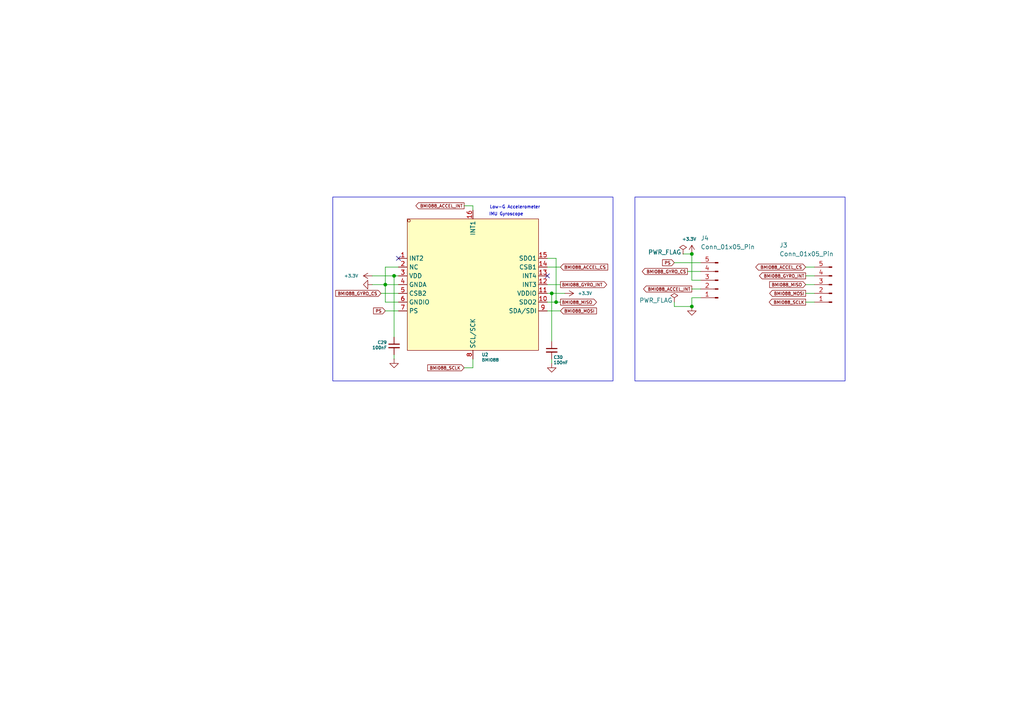
<source format=kicad_sch>
(kicad_sch (version 20250114) (generator "eeschema") (generator_version "9.0")
  (paper "A4")
  (lib_symbols
    (symbol "Connector:Conn_01x05_Pin" (pin_names (offset 1.016) (hide yes))
      (property "Reference" "J" (at 0 7.62 0))
      (property "Value" "Conn_01x05_Pin" (at 0 -7.62 0))
      (symbol "Conn_01x05_Pin_1_1"
        (rectangle (start 0.8636 5.207) (end 0 4.953) (stroke (width 0.1524)) (fill (type outline)))
        (rectangle (start 0.8636 2.667) (end 0 2.413) (stroke (width 0.1524)) (fill (type outline)))
        (rectangle (start 0.8636 0.127) (end 0 -0.127) (stroke (width 0.1524)) (fill (type outline)))
        (rectangle (start 0.8636 -2.413) (end 0 -2.667) (stroke (width 0.1524)) (fill (type outline)))
        (rectangle (start 0.8636 -4.953) (end 0 -5.207) (stroke (width 0.1524)) (fill (type outline)))
        (polyline (pts (xy 1.27 5.08) (xy 0.8636 5.08)) (stroke (width 0.1524)))
        (polyline (pts (xy 1.27 2.54) (xy 0.8636 2.54)) (stroke (width 0.1524)))
        (polyline (pts (xy 1.27 0) (xy 0.8636 0)) (stroke (width 0.1524)))
        (polyline (pts (xy 1.27 -2.54) (xy 0.8636 -2.54)) (stroke (width 0.1524)))
        (polyline (pts (xy 1.27 -5.08) (xy 0.8636 -5.08)) (stroke (width 0.1524)))
        (pin passive line (at 5.08 5.08 180) (length 3.81) (name "Pin_1") (number "1"))
        (pin passive line (at 5.08 2.54 180) (length 3.81) (name "Pin_2") (number "2"))
        (pin passive line (at 5.08 0 180) (length 3.81) (name "Pin_3") (number "3"))
        (pin passive line (at 5.08 -2.54 180) (length 3.81) (name "Pin_4") (number "4"))
        (pin passive line (at 5.08 -5.08 180) (length 3.81) (name "Pin_5") (number "5"))
      )
    )
    (symbol "Device:C_Small" (pin_numbers (hide yes)) (pin_names (offset 0.254) (hide yes))
      (property "Reference" "C" (at 0.254 1.778 0))
      (property "Value" "C_Small" (at 0.254 -2.032 0))
      (symbol "C_Small_0_1"
        (polyline (pts (xy -1.524 0.508) (xy 1.524 0.508)) (stroke (width 0.3048)))
        (polyline (pts (xy -1.524 -0.508) (xy 1.524 -0.508)) (stroke (width 0.3302)))
      )
      (symbol "C_Small_1_1"
        (pin passive line (at 0 2.54 270) (length 2.032) (name "~") (number "1"))
        (pin passive line (at 0 -2.54 90) (length 2.032) (name "~") (number "2"))
      )
    )
    (symbol "EasyEDA:BMI088"
      (property "Reference" "U" (at 0 26.67 0))
      (property "Value" "BMI088" (at 0 -26.67 0))
      (symbol "BMI088_0_1"
        (rectangle (start -19.05 19.05) (end 19.05 -19.05) (fill (type background)))
        (circle (center -18.54 18.54) (radius 0.38))
        (pin unspecified line (at -21.59 7.62 0) (length 2.54) (name "INT2") (number "1"))
        (pin unspecified line (at -21.59 5.08 0) (length 2.54) (name "NC") (number "2"))
        (pin unspecified line (at -21.59 2.54 0) (length 2.54) (name "VDD") (number "3"))
        (pin unspecified line (at -21.59 0 0) (length 2.54) (name "GNDA") (number "4"))
        (pin unspecified line (at -21.59 -2.54 0) (length 2.54) (name "CSB2") (number "5"))
        (pin unspecified line (at -21.59 -5.08 0) (length 2.54) (name "GNDIO") (number "6"))
        (pin unspecified line (at -21.59 -7.62 0) (length 2.54) (name "PS") (number "7"))
        (pin unspecified line (at 0 21.59 270) (length 2.54) (name "INT1") (number "16"))
        (pin unspecified line (at 0 -21.59 90) (length 2.54) (name "SCL/SCK") (number "8"))
        (pin unspecified line (at 21.59 7.62 180) (length 2.54) (name "SDO1") (number "15"))
        (pin unspecified line (at 21.59 5.08 180) (length 2.54) (name "CSB1") (number "14"))
        (pin unspecified line (at 21.59 2.54 180) (length 2.54) (name "INT4") (number "13"))
        (pin unspecified line (at 21.59 0 180) (length 2.54) (name "INT3") (number "12"))
        (pin unspecified line (at 21.59 -2.54 180) (length 2.54) (name "VDDIO") (number "11"))
        (pin unspecified line (at 21.59 -5.08 180) (length 2.54) (name "SDO2") (number "10"))
        (pin unspecified line (at 21.59 -7.62 180) (length 2.54) (name "SDA/SDI") (number "9"))
      )
    )
    (symbol "power:+3.3V" (power) (pin_numbers (hide yes)) (pin_names (offset 0) (hide yes))
      (property "Value" "+3.3V" (at 0 3.556 0))
      (symbol "+3.3V_0_1"
        (polyline (pts (xy -0.762 1.27) (xy 0 2.54)))
        (polyline (pts (xy 0 2.54) (xy 0.762 1.27)))
        (polyline (pts (xy 0 0) (xy 0 2.54)))
      )
      (symbol "+3.3V_1_1"
        (pin power_in line (at 0 0 90) (length 0) (name "~") (number "1"))
      )
    )
    (symbol "power:GND" (power) (pin_numbers (hide yes)) (pin_names (offset 0) (hide yes))
      (property "Value" "GND" (at 0 -3.81 0))
      (symbol "GND_0_1"
        (polyline (pts (xy 0 0) (xy 0 -1.27) (xy 1.27 -1.27) (xy 0 -2.54) (xy -1.27 -1.27) (xy 0 -1.27)))
      )
      (symbol "GND_1_1"
        (pin power_in line (at 0 0 270) (length 0) (name "~") (number "1"))
      )
    )
    (symbol "power:PWR_FLAG" (power) (pin_numbers (hide yes)) (pin_names (offset 0) (hide yes))
      (property "Value" "PWR_FLAG" (at 0 3.81 0))
      (symbol "PWR_FLAG_0_0"
        (pin power_out line (at 0 0 90) (length 0) (name "~") (number "1"))
      )
      (symbol "PWR_FLAG_0_1"
        (polyline (pts (xy 0 0) (xy 0 1.27) (xy -1.016 1.905) (xy 0 2.54) (xy 1.016 1.905) (xy 0 1.27)))
      )
    )
  )
  (rectangle (start 96.52 57.15) (end 177.8 110.49))
  (rectangle (start 184.15 57.15) (end 245.11 110.49))
  (text "IMU Gyroscope" (at 146.812 62.23 0) (effects (font (size 0.889 0.889))))
  (text "Low-G Accelerometer" (at 149.352 60.198 0) (effects (font (size 0.889 0.889))))
  (junction (at 111.76 82.55))
  (junction (at 200.66 73.66))
  (junction (at 114.3 80.01))
  (junction (at 200.66 88.9))
  (junction (at 161.29 87.63))
  (junction (at 160.02 85.09))
  (no_connect (at 158.75 80.01))
  (no_connect (at 115.57 74.93))
  (wire (pts (xy 158.75 85.09) (xy 160.02 85.09)))
  (wire (pts (xy 158.75 77.47) (xy 162.56 77.47)))
  (wire (pts (xy 233.68 87.63) (xy 236.22 87.63)))
  (wire (pts (xy 200.66 81.28) (xy 203.2 81.28)))
  (wire (pts (xy 111.76 90.17) (xy 115.57 90.17)))
  (wire (pts (xy 233.68 80.01) (xy 236.22 80.01)))
  (wire (pts (xy 195.58 87.63) (xy 195.58 88.9)))
  (wire (pts (xy 195.58 76.2) (xy 203.2 76.2)))
  (wire (pts (xy 158.75 90.17) (xy 162.56 90.17)))
  (wire (pts (xy 115.57 77.47) (xy 111.76 77.47)))
  (wire (pts (xy 158.75 82.55) (xy 162.56 82.55)))
  (wire (pts (xy 160.02 104.14) (xy 160.02 105.41)))
  (wire (pts (xy 134.62 59.69) (xy 137.16 59.69)))
  (wire (pts (xy 158.75 74.93) (xy 161.29 74.93)))
  (wire (pts (xy 114.3 102.87) (xy 114.3 104.14)))
  (wire (pts (xy 107.95 82.55) (xy 111.76 82.55)))
  (wire (pts (xy 161.29 87.63) (xy 162.56 87.63)))
  (wire (pts (xy 200.66 86.36) (xy 203.2 86.36)))
  (wire (pts (xy 233.68 85.09) (xy 236.22 85.09)))
  (wire (pts (xy 200.66 83.82) (xy 203.2 83.82)))
  (wire (pts (xy 137.16 106.68) (xy 137.16 104.14)))
  (wire (pts (xy 111.76 77.47) (xy 111.76 82.55)))
  (wire (pts (xy 199.39 78.74) (xy 203.2 78.74)))
  (wire (pts (xy 134.62 106.68) (xy 137.16 106.68)))
  (wire (pts (xy 233.68 77.47) (xy 236.22 77.47)))
  (wire (pts (xy 195.58 88.9) (xy 200.66 88.9)))
  (wire (pts (xy 111.76 82.55) (xy 115.57 82.55)))
  (wire (pts (xy 137.16 59.69) (xy 137.16 60.96)))
  (wire (pts (xy 200.66 88.9) (xy 200.66 86.36)))
  (wire (pts (xy 161.29 74.93) (xy 161.29 87.63)))
  (wire (pts (xy 115.57 87.63) (xy 111.76 87.63)))
  (wire (pts (xy 198.12 73.66) (xy 200.66 73.66)))
  (wire (pts (xy 233.68 82.55) (xy 236.22 82.55)))
  (wire (pts (xy 160.02 85.09) (xy 160.02 99.06)))
  (wire (pts (xy 110.49 85.09) (xy 115.57 85.09)))
  (wire (pts (xy 160.02 85.09) (xy 163.83 85.09)))
  (wire (pts (xy 161.29 87.63) (xy 158.75 87.63)))
  (wire (pts (xy 200.66 73.66) (xy 200.66 81.28)))
  (wire (pts (xy 111.76 82.55) (xy 111.76 87.63)))
  (wire (pts (xy 114.3 80.01) (xy 115.57 80.01)))
  (wire (pts (xy 114.3 80.01) (xy 114.3 97.79)))
  (wire (pts (xy 107.95 80.01) (xy 114.3 80.01)))
  (global_label "BMI088_ACCEL_CS" (shape bidirectional) (at 233.68 77.47 180) (effects (font (size 0.889 0.889))) (property "Intersheetrefs" "${INTERSHEET_REFS}" (effects (hide yes))))
  (global_label "BMI088_ACCEL_INT" (shape output) (at 134.62 59.69 180) (effects (font (size 0.889 0.889))) (property "Intersheetrefs" "${INTERSHEET_REFS}" (effects (hide yes))))
  (global_label "BMI088_MISO" (shape input) (at 233.68 82.55 180) (effects (font (size 0.889 0.889))) (property "Intersheetrefs" "${INTERSHEET_REFS}" (effects (hide yes))))
  (global_label "BMI088_MOSI" (shape input) (at 162.56 90.17 0) (effects (font (size 0.889 0.889))) (property "Intersheetrefs" "${INTERSHEET_REFS}" (effects (hide yes))))
  (global_label "BMI088_ACCEL_CS" (shape input) (at 162.56 77.47 0) (effects (font (size 0.889 0.889))) (property "Intersheetrefs" "${INTERSHEET_REFS}" (effects (hide yes))))
  (global_label "BMI088_GYRO_CS" (shape input) (at 110.49 85.09 180) (effects (font (size 0.889 0.889))) (property "Intersheetrefs" "${INTERSHEET_REFS}" (effects (hide yes))))
  (global_label "BMI088_SCLK" (shape input) (at 134.62 106.68 180) (effects (font (size 0.889 0.889))) (property "Intersheetrefs" "${INTERSHEET_REFS}" (effects (hide yes))))
  (global_label "BMI088_GYRO_INT" (shape output) (at 233.68 80.01 180) (effects (font (size 0.889 0.889))) (property "Intersheetrefs" "${INTERSHEET_REFS}" (effects (hide yes))))
  (global_label "PS" (shape input) (at 195.58 76.2 180) (effects (font (size 0.889 0.889))) (property "Intersheetrefs" "${INTERSHEET_REFS}" (effects (hide yes))))
  (global_label "BMI088_MOSI" (shape output) (at 233.68 85.09 180) (effects (font (size 0.889 0.889))) (property "Intersheetrefs" "${INTERSHEET_REFS}" (effects (hide yes))))
  (global_label "BMI088_SCLK" (shape output) (at 233.68 87.63 180) (effects (font (size 0.889 0.889))) (property "Intersheetrefs" "${INTERSHEET_REFS}" (effects (hide yes))))
  (global_label "BMI088_MISO" (shape output) (at 162.56 87.63 0) (effects (font (size 0.889 0.889))) (property "Intersheetrefs" "${INTERSHEET_REFS}" (effects (hide yes))))
  (global_label "PS" (shape input) (at 111.76 90.17 180) (effects (font (size 0.889 0.889))) (property "Intersheetrefs" "${INTERSHEET_REFS}" (effects (hide yes))))
  (global_label "BMI088_GYRO_CS" (shape output) (at 199.39 78.74 180) (effects (font (size 0.889 0.889))) (property "Intersheetrefs" "${INTERSHEET_REFS}" (effects (hide yes))))
  (global_label "BMI088_GYRO_INT" (shape output) (at 162.56 82.55 0) (effects (font (size 0.889 0.889))) (property "Intersheetrefs" "${INTERSHEET_REFS}" (effects (hide yes))))
  (global_label "BMI088_ACCEL_INT" (shape output) (at 200.66 83.82 180) (effects (font (size 0.889 0.889))) (property "Intersheetrefs" "${INTERSHEET_REFS}" (effects (hide yes))))
  (symbol (lib_id "power:GND") (at 114.3 104.14 0) (unit 1)
    (property "Reference" "#PWR0113" (effects (hide yes)))
    (property "Value" "GND" (effects (hide yes)))
    (property "Description" "Power symbol creates a global label with name \"GND\" , ground" (effects (hide yes)))
  )
  (symbol (lib_id "power:GND") (at 200.66 88.9 0) (unit 1)
    (property "Reference" "#PWR0118" (effects (hide yes)))
    (property "Value" "GND" (effects (hide yes)))
    (property "Description" "Power symbol creates a global label with name \"GND\" , ground" (effects (hide yes)))
  )
  (symbol (lib_id "power:+3.3V") (at 107.95 80.01 90) (unit 1)
    (property "Reference" "#PWR0110" (effects (hide yes)))
    (property "Value" "+3.3V" (at 101.854 80.01 90) (effects (font (size 0.889 0.889))))
    (property "Description" "Power symbol creates a global label with name \"+3.3V\"" (effects (hide yes)))
  )
  (symbol (lib_id "power:GND") (at 160.02 105.41 0) (unit 1)
    (property "Reference" "#PWR0117" (effects (hide yes)))
    (property "Value" "GND" (effects (hide yes)))
    (property "Description" "Power symbol creates a global label with name \"GND\" , ground" (effects (hide yes)))
  )
  (symbol (lib_id "Connector:Conn_01x05_Pin") (at 208.28 81.28 180) (unit 1)
    (property "Reference" "J4" (at 203.2 69.088 0) (effects (justify right)))
    (property "Value" "Conn_01x05_Pin" (at 203.2 71.628 0) (effects (justify right)))
    (property "Footprint" "Connector_PinHeader_2.54mm:PinHeader_1x05_P2.54mm_Vertical" (effects (hide yes)))
    (property "Description" "Generic connector, single row, 01x05, script generated" (effects (hide yes)))
  )
  (symbol (lib_id "power:+3.3V") (at 200.66 73.66 0) (unit 1)
    (property "Reference" "#PWR0116" (effects (hide yes)))
    (property "Value" "+3.3V" (at 199.898 69.342 0) (effects (font (size 0.889 0.889))))
    (property "Description" "Power symbol creates a global label with name \"+3.3V\"" (effects (hide yes)))
  )
  (symbol (lib_id "Device:C_Small") (at 160.02 101.6 0) (unit 1)
    (property "Reference" "C30" (at 160.528 103.632 0) (effects (font (size 0.889 0.889)) (justify left)))
    (property "Value" "100nF" (at 160.528 105.156 0) (effects (font (size 0.889 0.889)) (justify left)))
    (property "Footprint" "Capacitor_SMD:C_0805_2012Metric_Pad1.18x1.45mm_HandSolder" (effects (hide yes)))
    (property "Description" "Unpolarized capacitor, small symbol" (effects (hide yes)))
  )
  (symbol (lib_id "power:GND") (at 107.95 82.55 270) (unit 1)
    (property "Reference" "#PWR0111" (effects (hide yes)))
    (property "Value" "GND" (effects (hide yes)))
    (property "Description" "Power symbol creates a global label with name \"GND\" , ground" (effects (hide yes)))
  )
  (symbol (lib_id "power:PWR_FLAG") (at 195.58 87.63 0) (unit 1)
    (property "Reference" "#FLG02" (effects (hide yes)))
    (property "Value" "PWR_FLAG" (at 190.246 87.122 0))
    (property "Description" "Special symbol for telling ERC where power comes from" (effects (hide yes)))
  )
  (symbol (lib_id "power:+3.3V") (at 163.83 85.09 270) (unit 1)
    (property "Reference" "#PWR0112" (effects (hide yes)))
    (property "Value" "+3.3V" (at 169.672 85.09 90) (effects (font (size 0.889 0.889))))
    (property "Description" "Power symbol creates a global label with name \"+3.3V\"" (effects (hide yes)))
  )
  (symbol (lib_id "Device:C_Small") (at 114.3 100.33 0) (unit 1)
    (property "Reference" "C29" (at 109.474 99.314 0) (effects (font (size 0.889 0.889)) (justify left)))
    (property "Value" "100nF" (at 107.95 100.838 0) (effects (font (size 0.889 0.889)) (justify left)))
    (property "Footprint" "Capacitor_SMD:C_0805_2012Metric_Pad1.18x1.45mm_HandSolder" (effects (hide yes)))
    (property "Description" "Unpolarized capacitor, small symbol" (effects (hide yes)))
  )
  (symbol (lib_id "power:PWR_FLAG") (at 198.12 73.66 0) (unit 1)
    (property "Reference" "#FLG01" (effects (hide yes)))
    (property "Value" "PWR_FLAG" (at 192.786 73.152 0))
    (property "Description" "Special symbol for telling ERC where power comes from" (effects (hide yes)))
  )
  (symbol (lib_id "EasyEDA:BMI088") (at 137.16 82.55 0) (unit 1)
    (property "Reference" "U2" (at 139.7 102.87 0) (effects (font (size 0.889 0.889)) (justify left)))
    (property "Value" "BMI088" (at 139.7 104.394 0) (effects (font (size 0.889 0.889)) (justify left)))
    (property "Footprint" "EasyEDA:LGA-16_L4.5-W3.0-P0.50-BL" (effects (hide yes)))
    (property "Datasheet" "https://lcsc.com/product-detail/Others_Bosch-Sensortec_BMI088_Bosch-Sensortec-BMI088_C194919.html" (effects (hide yes)))
    (property "LCSC Part" "C194919" (effects (hide yes)))
  )
  (symbol (lib_id "Connector:Conn_01x05_Pin") (at 241.3 82.55 180) (unit 1)
    (property "Reference" "J3" (at 226.06 71.12 0) (effects (justify right)))
    (property "Value" "Conn_01x05_Pin" (at 226.06 73.66 0) (effects (justify right)))
    (property "Footprint" "Connector_PinHeader_2.54mm:PinHeader_1x05_P2.54mm_Vertical" (effects (hide yes)))
    (property "Description" "Generic connector, single row, 01x05, script generated" (effects (hide yes)))
  )
)
</source>
